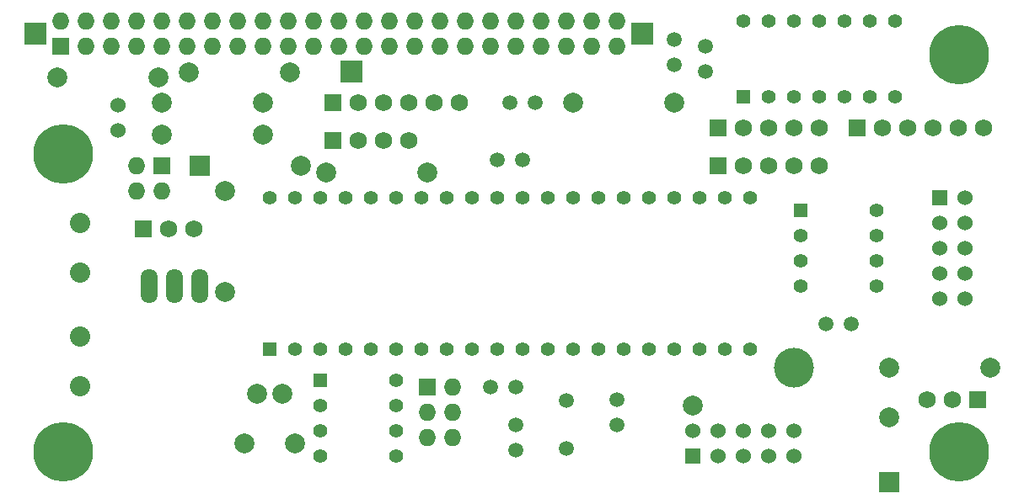
<source format=gbs>
%FSLAX36Y36*%
G04 Gerber Fmt 3.6, Leading zero omitted, Abs format (unit inch)*
G04 Created by KiCad (PCBNEW (2014-jul-16 BZR unknown)-product) date Sun 19 Oct 2014 04:52:17 PM PDT*
%MOIN*%
G01*
G04 APERTURE LIST*
%ADD10C,0.003937*%
%ADD11C,0.059100*%
%ADD12C,0.078700*%
%ADD13R,0.078700X0.078700*%
%ADD14C,0.060000*%
%ADD15C,0.236220*%
%ADD16R,0.068000X0.068000*%
%ADD17C,0.068000*%
%ADD18O,0.068000X0.068000*%
%ADD19C,0.080000*%
%ADD20R,0.060000X0.060000*%
%ADD21O,0.066900X0.137800*%
%ADD22R,0.055000X0.055000*%
%ADD23C,0.055000*%
%ADD24C,0.157480*%
%ADD25C,0.078740*%
%ADD26R,0.088000X0.088000*%
G04 APERTURE END LIST*
D10*
D11*
X5925000Y-5700000D03*
X5925000Y-5600000D03*
X6325000Y-5500000D03*
X6325000Y-5600000D03*
X5950000Y-4550000D03*
X5850000Y-4550000D03*
X5825000Y-5450000D03*
X5925000Y-5450000D03*
X7250000Y-5200000D03*
X7150000Y-5200000D03*
X6000000Y-4325000D03*
X5900000Y-4325000D03*
X6675000Y-4100000D03*
X6675000Y-4200000D03*
X6550000Y-4175000D03*
X6550000Y-4075000D03*
D12*
X5075000Y-4575000D03*
D13*
X4675000Y-4575000D03*
D14*
X4350000Y-4435000D03*
X4350000Y-4335000D03*
D15*
X4133858Y-4527559D03*
X7677165Y-4133858D03*
X4133858Y-5708661D03*
X7677165Y-5708661D03*
D16*
X7750000Y-5500000D03*
D17*
X7650000Y-5500000D03*
X7550000Y-5500000D03*
D16*
X4525000Y-4575000D03*
D18*
X4525000Y-4675000D03*
X4425000Y-4575000D03*
X4425000Y-4675000D03*
D19*
X4200000Y-4998425D03*
X4200000Y-4801575D03*
X4200000Y-5448425D03*
X4200000Y-5251575D03*
D20*
X7600000Y-4700000D03*
D14*
X7700000Y-4700000D03*
X7600000Y-4800000D03*
X7700000Y-4800000D03*
X7600000Y-4900000D03*
X7700000Y-4900000D03*
X7600000Y-5000000D03*
X7700000Y-5000000D03*
X7600000Y-5100000D03*
X7700000Y-5100000D03*
D16*
X5200000Y-4325000D03*
D17*
X5300000Y-4325000D03*
X5400000Y-4325000D03*
X5500000Y-4325000D03*
X5600000Y-4325000D03*
X5700000Y-4325000D03*
D16*
X7275000Y-4425000D03*
D17*
X7375000Y-4425000D03*
X7475000Y-4425000D03*
X7575000Y-4425000D03*
X7675000Y-4425000D03*
X7775000Y-4425000D03*
D16*
X5575000Y-5450000D03*
D18*
X5675000Y-5450000D03*
X5575000Y-5550000D03*
X5675000Y-5550000D03*
X5575000Y-5650000D03*
X5675000Y-5650000D03*
D16*
X5200000Y-4475000D03*
D17*
X5300000Y-4475000D03*
X5400000Y-4475000D03*
X5500000Y-4475000D03*
D20*
X6625000Y-5725000D03*
D14*
X6625000Y-5625000D03*
X6725000Y-5725000D03*
X6725000Y-5625000D03*
X6825000Y-5725000D03*
X6825000Y-5625000D03*
X6925000Y-5725000D03*
X6925000Y-5625000D03*
X7025000Y-5725000D03*
X7025000Y-5625000D03*
D16*
X4125000Y-4100000D03*
D18*
X4125000Y-4000000D03*
X4225000Y-4100000D03*
X4225000Y-4000000D03*
X4325000Y-4100000D03*
X4325000Y-4000000D03*
X4425000Y-4100000D03*
X4425000Y-4000000D03*
X4525000Y-4100000D03*
X4525000Y-4000000D03*
X4625000Y-4100000D03*
X4625000Y-4000000D03*
X4725000Y-4100000D03*
X4725000Y-4000000D03*
X4825000Y-4100000D03*
X4825000Y-4000000D03*
X4925000Y-4100000D03*
X4925000Y-4000000D03*
X5025000Y-4100000D03*
X5025000Y-4000000D03*
X5125000Y-4100000D03*
X5125000Y-4000000D03*
X5225000Y-4100000D03*
X5225000Y-4000000D03*
X5325000Y-4100000D03*
X5325000Y-4000000D03*
X5425000Y-4100000D03*
X5425000Y-4000000D03*
X5525000Y-4100000D03*
X5525000Y-4000000D03*
X5625000Y-4100000D03*
X5625000Y-4000000D03*
X5725000Y-4100000D03*
X5725000Y-4000000D03*
X5825000Y-4100000D03*
X5825000Y-4000000D03*
X5925000Y-4100000D03*
X5925000Y-4000000D03*
X6025000Y-4100000D03*
X6025000Y-4000000D03*
X6125000Y-4100000D03*
X6125000Y-4000000D03*
X6225000Y-4100000D03*
X6225000Y-4000000D03*
X6325000Y-4100000D03*
X6325000Y-4000000D03*
D21*
X4575000Y-5050000D03*
X4675000Y-5050000D03*
X4475000Y-5050000D03*
D12*
X7400000Y-5375000D03*
X7800000Y-5375000D03*
X4775000Y-4675000D03*
X4775000Y-5075000D03*
X4525000Y-4325000D03*
X4925000Y-4325000D03*
X4525000Y-4450000D03*
X4925000Y-4450000D03*
D13*
X7400000Y-5828000D03*
D12*
X7400000Y-5572000D03*
D22*
X6825000Y-4300000D03*
D23*
X6925000Y-4300000D03*
X7025000Y-4300000D03*
X7125000Y-4300000D03*
X7225000Y-4300000D03*
X7325000Y-4300000D03*
X7425000Y-4300000D03*
X7425000Y-4000000D03*
X7325000Y-4000000D03*
X7225000Y-4000000D03*
X7125000Y-4000000D03*
X7025000Y-4000000D03*
X6925000Y-4000000D03*
X6825000Y-4000000D03*
D22*
X7050000Y-4750000D03*
D23*
X7050000Y-4850000D03*
X7050000Y-4950000D03*
X7050000Y-5050000D03*
X7350000Y-5050000D03*
X7350000Y-4950000D03*
X7350000Y-4850000D03*
X7350000Y-4750000D03*
D22*
X4950000Y-5300000D03*
D23*
X5050000Y-5300000D03*
X5150000Y-5300000D03*
X5250000Y-5300000D03*
X5350000Y-5300000D03*
X5450000Y-5300000D03*
X5550000Y-5300000D03*
X5650000Y-5300000D03*
X5750000Y-5300000D03*
X5850000Y-5300000D03*
X5950000Y-5300000D03*
X6050000Y-5300000D03*
X6150000Y-5300000D03*
X6250000Y-5300000D03*
X6350000Y-5300000D03*
X6450000Y-5300000D03*
X6550000Y-5300000D03*
X6650000Y-5300000D03*
X6750000Y-5300000D03*
X6850000Y-5300000D03*
X6850000Y-4700000D03*
X6750000Y-4700000D03*
X6650000Y-4700000D03*
X6550000Y-4700000D03*
X6450000Y-4700000D03*
X6350000Y-4700000D03*
X6250000Y-4700000D03*
X6150000Y-4700000D03*
X6050000Y-4700000D03*
X5950000Y-4700000D03*
X5850000Y-4700000D03*
X5750000Y-4700000D03*
X5650000Y-4700000D03*
X5550000Y-4700000D03*
X5450000Y-4700000D03*
X5350000Y-4700000D03*
X5250000Y-4700000D03*
X5150000Y-4700000D03*
X5050000Y-4700000D03*
X4950000Y-4700000D03*
D11*
X6125000Y-5696100D03*
X6125000Y-5503900D03*
D16*
X6725000Y-4425000D03*
D17*
X6825000Y-4425000D03*
X6925000Y-4425000D03*
X7025000Y-4425000D03*
X7125000Y-4425000D03*
D12*
X5575000Y-4600000D03*
X5175000Y-4600000D03*
X6150000Y-4325000D03*
X6550000Y-4325000D03*
D16*
X6725000Y-4575000D03*
D17*
X6825000Y-4575000D03*
X6925000Y-4575000D03*
X7025000Y-4575000D03*
X7125000Y-4575000D03*
D16*
X4450000Y-4825000D03*
D17*
X4550000Y-4825000D03*
X4650000Y-4825000D03*
D24*
X7025197Y-5374213D03*
D25*
X6624803Y-5525787D03*
D12*
X4510000Y-4225000D03*
X4110000Y-4225000D03*
X5030000Y-4205000D03*
X4630000Y-4205000D03*
D22*
X5150000Y-5425000D03*
D23*
X5150000Y-5525000D03*
X5150000Y-5625000D03*
X5150000Y-5725000D03*
X5450000Y-5725000D03*
X5450000Y-5625000D03*
X5450000Y-5525000D03*
X5450000Y-5425000D03*
D25*
X4900000Y-5478150D03*
X5000000Y-5478150D03*
X4850000Y-5675000D03*
X5050000Y-5675000D03*
D26*
X4025000Y-4050000D03*
X6425000Y-4050000D03*
X5275000Y-4200000D03*
M02*

</source>
